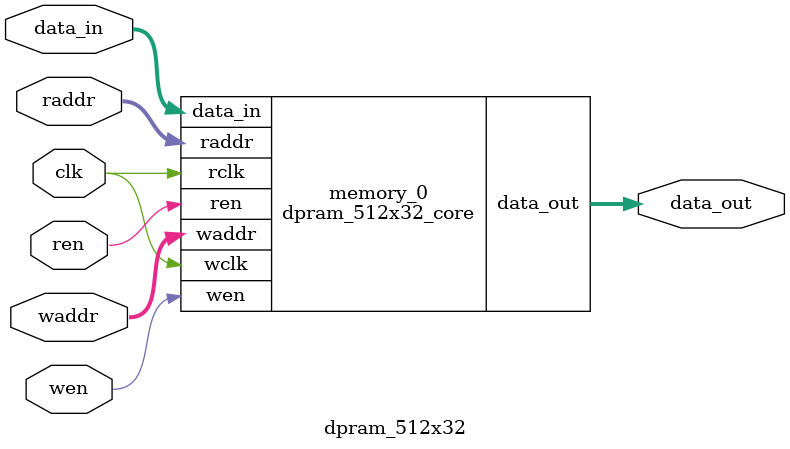
<source format=v>
module mult_8(
  input [0:7] A,
  input [0:7] B,
  output [0:15] Y
);

assign Y = A * B;

endmodule

//-----------------------------
// Dual-port RAM 512x32 bit (1Kbit)
// Core logic
//-----------------------------
module dpram_512x32_core (
  input wclk,
  input wen,
  input [0:8] waddr,
  input [0:31] data_in,
  input rclk,
  input ren,
  input [0:8] raddr,
  output [0:31] data_out );

  reg [0:31] ram[0:511];
  reg [0:31] internal;

  assign data_out = internal;

  always @(posedge wclk) begin
    if(wen) begin
      ram[waddr] <= data_in;
    end
  end

  always @(posedge rclk) begin
    if(ren) begin
      internal <= ram[raddr];
    end
  end

endmodule

//-----------------------------
// Dual-port RAM 512x32 bit (1Kbit) wrapper
// where the read clock and write clock
// are combined to a unified clock
//-----------------------------
module dpram_512x32 (
  input clk,
  input wen,
  input ren,
  input [0:8] waddr,
  input [0:8] raddr,
  input [0:31] data_in,
  output [0:31] data_out );

    dpram_512x32_core memory_0 (
      .wclk    (clk),
      .wen    (wen),
      .waddr    (waddr),
      .data_in  (data_in),
      .rclk    (clk),
      .ren    (ren),
      .raddr    (raddr),
      .data_out    (data_out) );

endmodule

</source>
